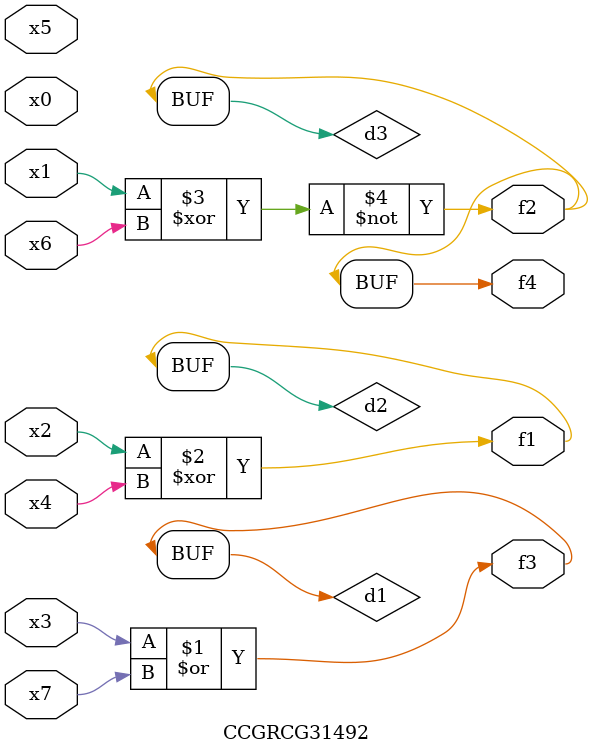
<source format=v>
module CCGRCG31492(
	input x0, x1, x2, x3, x4, x5, x6, x7,
	output f1, f2, f3, f4
);

	wire d1, d2, d3;

	or (d1, x3, x7);
	xor (d2, x2, x4);
	xnor (d3, x1, x6);
	assign f1 = d2;
	assign f2 = d3;
	assign f3 = d1;
	assign f4 = d3;
endmodule

</source>
